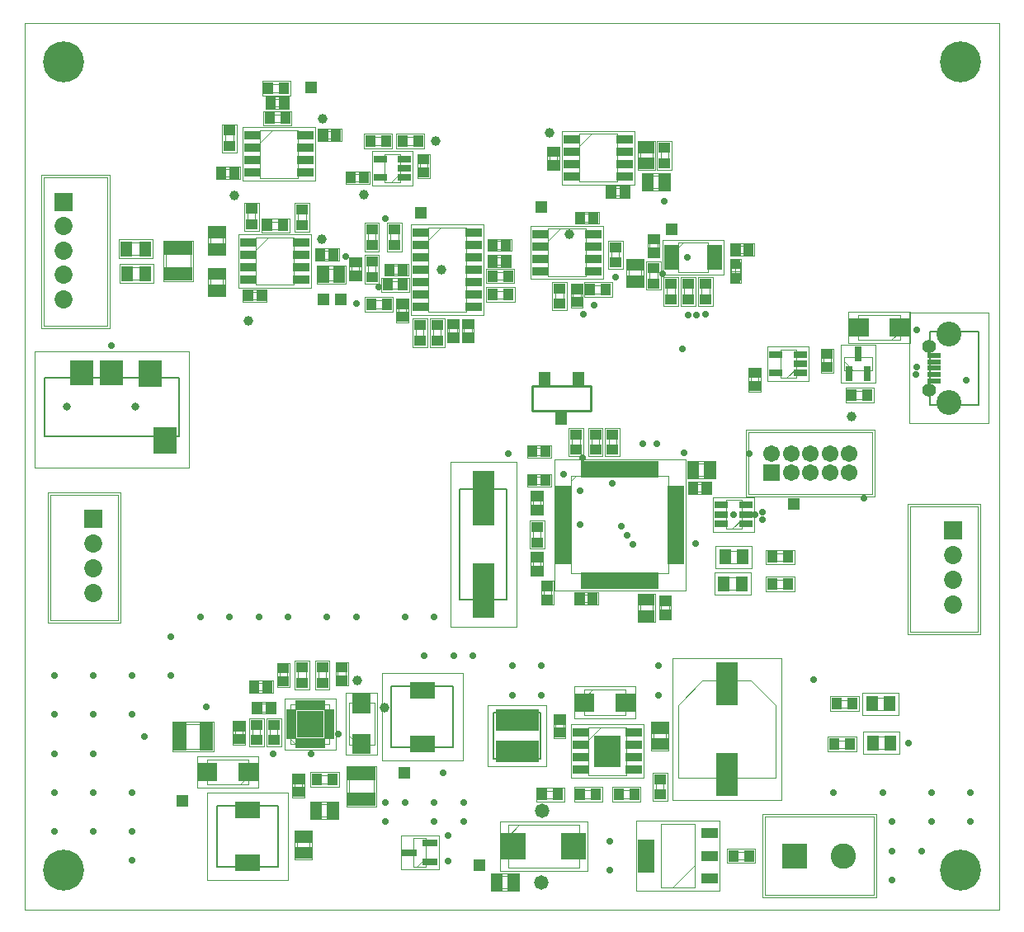
<source format=gts>
G04*
G04 #@! TF.GenerationSoftware,Altium Limited,Altium Designer,20.0.10 (225)*
G04*
G04 Layer_Color=8388736*
%FSLAX25Y25*%
%MOIN*%
G70*
G01*
G75*
%ADD10C,0.00787*%
%ADD12C,0.01000*%
%ADD13C,0.00394*%
%ADD14C,0.00197*%
%ADD55R,0.05524X0.02375*%
%ADD56R,0.04737X0.04737*%
%ADD57R,0.17335X0.08595*%
%ADD58R,0.05328X0.03162*%
%ADD59R,0.05524X0.03162*%
%ADD60R,0.03162X0.05918*%
%ADD61R,0.06706X0.04343*%
%ADD62R,0.06706X0.13398*%
%ADD63R,0.06312X0.01981*%
%ADD64R,0.06816X0.03359*%
%ADD65R,0.06804X0.03359*%
%ADD66R,0.11036X0.13005*%
%ADD67R,0.07965X0.07375*%
%ADD68R,0.09461X0.10642*%
%ADD69R,0.09461X0.09855*%
%ADD70R,0.04934X0.06312*%
%ADD71R,0.03950X0.04540*%
%ADD72R,0.01981X0.06607*%
%ADD73R,0.06607X0.01981*%
%ADD74R,0.10839X0.10839*%
%ADD75R,0.04147X0.01981*%
%ADD76R,0.01981X0.04147*%
%ADD77R,0.04737X0.06312*%
%ADD78R,0.04343X0.03950*%
%ADD79R,0.08674X0.22453*%
%ADD80R,0.09855X0.10642*%
%ADD81R,0.05603X0.11509*%
%ADD82R,0.11509X0.05524*%
%ADD83R,0.04619X0.06587*%
%ADD84R,0.03950X0.04501*%
%ADD85R,0.09068X0.17729*%
%ADD86R,0.04737X0.05918*%
%ADD87R,0.10249X0.06706*%
%ADD88R,0.06587X0.04619*%
%ADD89R,0.04501X0.03950*%
%ADD90R,0.11509X0.05603*%
%ADD91R,0.07375X0.07965*%
%ADD92R,0.04540X0.03950*%
%ADD93R,0.05918X0.03162*%
%ADD94R,0.04737X0.04737*%
%ADD95C,0.05524*%
%ADD96C,0.10044*%
%ADD97C,0.03162*%
%ADD98R,0.07296X0.07296*%
%ADD99C,0.07296*%
%ADD100R,0.10249X0.10249*%
%ADD101C,0.10249*%
%ADD102R,0.06706X0.06706*%
%ADD103C,0.06706*%
%ADD104C,0.16548*%
%ADD105C,0.02769*%
%ADD106C,0.03950*%
%ADD107C,0.05800*%
D10*
X365748Y203937D02*
X385433D01*
X365748D02*
Y233465D01*
X385433D01*
Y203937D02*
Y233465D01*
X189370Y79626D02*
X208268D01*
Y60728D02*
Y79626D01*
X189370Y60728D02*
X208268D01*
X189370D02*
Y79626D01*
X8039Y214835D02*
X62370D01*
Y191213D02*
Y214835D01*
X8039Y191213D02*
X62370D01*
X8039D02*
Y214835D01*
X194650Y125055D02*
Y169937D01*
X175752Y125055D02*
X194650D01*
X175752D02*
Y169937D01*
X194650D01*
X172898Y65354D02*
Y90158D01*
X148094Y65354D02*
X172898D01*
X148094D02*
Y90158D01*
X172898D01*
X77598Y17098D02*
Y41902D01*
X102402D01*
Y17098D02*
Y41902D01*
X77598Y17098D02*
X102402D01*
D12*
X228508Y201630D02*
Y211472D01*
X204886D02*
X228508D01*
X204886Y201630D02*
Y211472D01*
Y201630D02*
X228508D01*
D13*
X0Y0D02*
Y358268D01*
X393701D01*
Y0D02*
Y358268D01*
X0Y0D02*
X393701D01*
X0D02*
X393701D01*
X283122Y153890D02*
X289516D01*
X283122D02*
Y165402D01*
X289516D01*
Y153890D02*
Y165402D01*
X285776Y153890D02*
X289516Y157630D01*
X307776Y214764D02*
X311516Y218504D01*
Y214764D02*
Y226181D01*
X305217D02*
X311516D01*
X305217Y214764D02*
Y226181D01*
Y214764D02*
X311516D01*
X330866Y221654D02*
X334606Y217913D01*
X330866D02*
X342362D01*
Y223031D01*
X330866D02*
X342362D01*
X330866Y217913D02*
Y223031D01*
X256890Y8858D02*
X270669D01*
X256890D02*
Y34449D01*
X270669D01*
Y8858D02*
Y34449D01*
X261614Y8858D02*
X270669Y17913D01*
X264094Y269406D02*
X275905D01*
Y257594D02*
Y269406D01*
X264094Y257594D02*
X275905D01*
X264094D02*
Y269406D01*
Y267437D02*
X266063Y269406D01*
X223807Y308461D02*
X228807Y313461D01*
X223807Y294153D02*
Y313461D01*
Y294153D02*
X239146D01*
Y313461D01*
X223807D02*
X239146D01*
X162823Y275528D02*
X178177D01*
Y241472D02*
Y275528D01*
X162823Y241472D02*
X178177D01*
X162823D02*
Y275528D01*
Y270528D02*
X167823Y275528D01*
X227559Y73622D02*
X242913D01*
Y54331D02*
Y73622D01*
X227559Y54331D02*
X242913D01*
X227559D02*
Y73622D01*
Y68622D02*
X232559Y73622D01*
X349913Y230020D02*
X353496Y233602D01*
Y230020D02*
Y240256D01*
X336661D02*
X353496D01*
X336661Y230020D02*
Y240256D01*
Y230020D02*
X353496D01*
X7717Y295744D02*
X33307D01*
Y235862D02*
Y295744D01*
X7717Y235862D02*
X33307D01*
X7717D02*
Y295744D01*
X385039Y112205D02*
Y162874D01*
X357638Y112205D02*
X385039D01*
X357638D02*
Y162874D01*
X385039D01*
X298819Y5906D02*
Y37402D01*
X342913D01*
Y5906D02*
Y37402D01*
X298819Y5906D02*
X342913D01*
X292421Y167913D02*
Y192717D01*
X342224D01*
Y167913D02*
Y192717D01*
X292421Y167913D02*
X342224D01*
X41063Y259461D02*
X48937D01*
Y254539D02*
Y259461D01*
X41063Y254539D02*
X48937D01*
X41063D02*
Y259461D01*
X327953Y81496D02*
Y84646D01*
Y81496D02*
X334252D01*
Y84646D01*
X327953D02*
X334252D01*
X220634Y173087D02*
X222602Y175055D01*
X220634Y135685D02*
Y175055D01*
Y135685D02*
X260004D01*
Y175055D01*
X220634D02*
X260004D01*
X107346Y68898D02*
X109315Y66929D01*
X107346D02*
X123094D01*
Y82677D01*
X107346D02*
X123094D01*
X107346Y66929D02*
Y82677D01*
X347965Y80610D02*
X349606Y82252D01*
Y80610D02*
Y85532D01*
X341732D02*
X349606D01*
X341732Y80610D02*
Y85532D01*
Y80610D02*
X349606D01*
X288976Y254528D02*
Y261417D01*
X285236Y254528D02*
Y261417D01*
X288976D01*
X285236Y254528D02*
X288976D01*
X195130Y34063D02*
X223870D01*
Y16937D02*
Y34063D01*
X195130Y16937D02*
X223870D01*
X195130D02*
Y34063D01*
Y29535D02*
X199657Y34063D01*
X61614Y64961D02*
Y74803D01*
Y64961D02*
X74213D01*
Y74803D01*
X61614D02*
X74213D01*
X57087Y255728D02*
X66929D01*
Y268327D01*
X57087D02*
X66929D01*
X57087Y255728D02*
Y268327D01*
X269291Y175197D02*
X277165D01*
X269291D02*
Y180118D01*
X277165D01*
Y175197D02*
Y180118D01*
X131220Y294094D02*
Y297244D01*
Y294094D02*
X137520D01*
Y297244D01*
X131220D02*
X137520D01*
X263815Y53122D02*
X303185D01*
X263815D02*
Y82650D01*
X273657Y92492D01*
X293342D01*
X303185Y82650D01*
Y53122D02*
Y82650D01*
X94846Y309945D02*
X99847Y314945D01*
X94846Y295638D02*
Y314945D01*
Y295638D02*
X110185D01*
Y314945D01*
X94846D02*
X110185D01*
X93331Y266653D02*
X98331Y271654D01*
X93331Y252346D02*
Y271654D01*
Y252346D02*
X108669D01*
Y271654D01*
X93331D02*
X108669D01*
X145350Y293791D02*
X151650D01*
X145350D02*
Y305209D01*
X151650D01*
Y293791D02*
Y305209D01*
X147909Y293791D02*
X151650Y297532D01*
X211331Y270153D02*
X216331Y275153D01*
X211331Y255847D02*
Y275153D01*
Y255847D02*
X226669D01*
Y275153D01*
X211331D02*
X226669D01*
X98819Y324410D02*
Y327559D01*
Y324410D02*
X105118D01*
Y327559D01*
X98819D02*
X105118D01*
X75039Y266331D02*
Y274205D01*
X79961D01*
Y266331D02*
Y274205D01*
X75039Y266331D02*
X79961D01*
X75039Y249563D02*
Y257437D01*
X79961D01*
Y249563D02*
Y257437D01*
X75039Y249563D02*
X79961D01*
X125197Y262992D02*
Y266142D01*
X118898D02*
X125197D01*
X118898Y262992D02*
Y266142D01*
Y262992D02*
X125197D01*
X96063Y246457D02*
Y249606D01*
X89764D02*
X96063D01*
X89764Y246457D02*
Y249606D01*
Y246457D02*
X96063D01*
X126260Y311417D02*
Y314567D01*
X119961D02*
X126260D01*
X119961Y311417D02*
Y314567D01*
Y311417D02*
X126260D01*
X119831Y254039D02*
X127705D01*
X119831D02*
Y258961D01*
X127705D01*
Y254039D02*
Y258961D01*
X78858Y296063D02*
Y299213D01*
Y296063D02*
X85158D01*
Y299213D01*
X78858D02*
X85158D01*
X131925Y262012D02*
X135075D01*
X131925Y255713D02*
Y262012D01*
Y255713D02*
X135075D01*
Y262012D01*
X159449Y297244D02*
X162598D01*
Y303543D01*
X159449D02*
X162598D01*
X159449Y297244D02*
Y303543D01*
X150925Y238850D02*
X154075D01*
Y245150D01*
X150925D02*
X154075D01*
X150925Y238850D02*
Y245150D01*
X177425Y230713D02*
X180575D01*
Y237012D01*
X177425D02*
X180575D01*
X177425Y230713D02*
Y237012D01*
X171425Y230713D02*
X174575D01*
Y237012D01*
X171425D02*
X174575D01*
X171425Y230713D02*
Y237012D01*
X146850Y256925D02*
Y260075D01*
Y256925D02*
X153150D01*
Y260075D01*
X146850D02*
X153150D01*
X223850Y277925D02*
Y281075D01*
Y277925D02*
X230150D01*
Y281075D01*
X223850D02*
X230150D01*
X194882Y266929D02*
Y270079D01*
X188583D02*
X194882D01*
X188583Y266929D02*
Y270079D01*
Y266929D02*
X194882D01*
X194787Y260425D02*
Y263575D01*
X188488D02*
X194787D01*
X188488Y260425D02*
Y263575D01*
Y260425D02*
X194787D01*
X221425Y251150D02*
X224575D01*
X221425Y244850D02*
Y251150D01*
Y244850D02*
X224575D01*
Y251150D01*
X211925Y300350D02*
X215075D01*
Y306650D01*
X211925D02*
X215075D01*
X211925Y300350D02*
Y306650D01*
X236350Y288425D02*
Y291575D01*
Y288425D02*
X242650D01*
Y291575D01*
X236350D02*
X242650D01*
X253543Y300689D02*
Y308563D01*
X248622Y300689D02*
X253543D01*
X248622D02*
Y308563D01*
X253543D01*
X252425Y271287D02*
X255575D01*
X252425Y264988D02*
Y271287D01*
Y264988D02*
X255575D01*
Y271287D01*
X292913Y265059D02*
Y268209D01*
X286614D02*
X292913D01*
X286614Y265059D02*
Y268209D01*
Y265059D02*
X292913D01*
X251004Y296358D02*
X258878D01*
Y291437D02*
Y296358D01*
X251004Y291437D02*
X258878D01*
X251004D02*
Y296358D01*
X248961Y253295D02*
Y261169D01*
X244039Y253295D02*
X248961D01*
X244039D02*
Y261169D01*
X248961D01*
X205279Y167378D02*
X208429D01*
X205279Y161079D02*
Y167378D01*
Y161079D02*
X208429D01*
Y167378D01*
X205279Y142772D02*
X208429D01*
X205279Y136472D02*
Y142772D01*
Y136472D02*
X208429D01*
Y142772D01*
X248622Y117835D02*
Y125709D01*
X253543D01*
Y117835D02*
Y125709D01*
X248622Y117835D02*
X253543D01*
X117063Y42461D02*
X124937D01*
Y37539D02*
Y42461D01*
X117063Y37539D02*
X124937D01*
X117063D02*
Y42461D01*
X108925Y46850D02*
X112075D01*
Y53150D01*
X108925D02*
X112075D01*
X108925Y46850D02*
Y53150D01*
X114961Y22063D02*
Y29937D01*
X110039Y22063D02*
X114961D01*
X110039D02*
Y29937D01*
X114961D01*
X258961Y66063D02*
Y73937D01*
X254039Y66063D02*
X258961D01*
X254039D02*
Y73937D01*
X258961D01*
X93350Y79925D02*
Y83075D01*
Y79925D02*
X99650D01*
Y83075D01*
X93350D02*
X99650D01*
X126441Y92008D02*
X129591D01*
Y98307D01*
X126441D02*
X129591D01*
X126441Y92008D02*
Y98307D01*
X214425Y70850D02*
X217575D01*
Y77150D01*
X214425D02*
X217575D01*
X214425Y70850D02*
Y77150D01*
X102819Y97953D02*
X105968D01*
X102819Y91654D02*
Y97953D01*
Y91654D02*
X105968D01*
Y97953D01*
X84925Y74512D02*
X88075D01*
X84925Y68213D02*
Y74512D01*
Y68213D02*
X88075D01*
Y74512D01*
X92213Y88425D02*
Y91575D01*
Y88425D02*
X98512D01*
Y91575D01*
X92213D02*
X98512D01*
X131079Y43386D02*
X140921D01*
Y55984D01*
X131079D02*
X140921D01*
X131079Y43386D02*
Y55984D01*
X190063Y13461D02*
X197937D01*
Y8539D02*
Y13461D01*
X190063Y8539D02*
X197937D01*
X190063D02*
Y13461D01*
X322539Y218602D02*
X325689D01*
Y224902D01*
X322539D02*
X325689D01*
X322539Y218602D02*
Y224902D01*
X210827Y171850D02*
Y175000D01*
X204528D02*
X210827D01*
X204528Y171850D02*
Y175000D01*
Y171850D02*
X210827D01*
X256988Y118799D02*
X260138D01*
Y125098D01*
X256988D02*
X260138D01*
X256988Y118799D02*
Y125098D01*
X293209Y210925D02*
X296358D01*
Y217224D01*
X293209D02*
X296358D01*
X293209Y210925D02*
Y217224D01*
X275787Y168701D02*
Y171850D01*
X269488D02*
X275787D01*
X269488Y168701D02*
Y171850D01*
Y168701D02*
X275787D01*
X223642Y124016D02*
Y127165D01*
Y124016D02*
X229941D01*
Y127165D01*
X223642D02*
X229941D01*
X209449Y124803D02*
X212598D01*
Y131102D01*
X209449D02*
X212598D01*
X209449Y124803D02*
Y131102D01*
X204528Y183465D02*
Y186614D01*
Y183465D02*
X210827D01*
Y186614D01*
X204528D02*
X210827D01*
X282051Y134012D02*
X289925D01*
Y129091D02*
Y134012D01*
X282051Y129091D02*
X289925D01*
X282051D02*
Y134012D01*
Y132370D02*
X283693Y134012D01*
X282445Y144839D02*
X290319D01*
Y139917D02*
Y144839D01*
X282445Y139917D02*
X290319D01*
X282445D02*
Y144839D01*
Y143197D02*
X284087Y144839D01*
X86835Y50382D02*
X90417Y53965D01*
Y50382D02*
Y60618D01*
X73583D02*
X90417D01*
X73583Y50382D02*
Y60618D01*
Y50382D02*
X90417D01*
X130882Y70165D02*
X134465Y66583D01*
X130882D02*
X141118D01*
Y83417D01*
X130882D02*
X141118D01*
X130882Y66583D02*
Y83417D01*
X225835Y85197D02*
X229417Y88779D01*
X225835Y78543D02*
Y88779D01*
Y78543D02*
X242669D01*
Y88779D01*
X225835D02*
X242669D01*
X342126Y64862D02*
X350000D01*
X342126D02*
Y69784D01*
X350000D01*
Y64862D02*
Y69784D01*
X348358Y64862D02*
X350000Y66504D01*
X286221Y23228D02*
X292520D01*
Y20079D02*
Y23228D01*
X286221Y20079D02*
X292520D01*
X286221D02*
Y23228D01*
X334055Y209350D02*
X340354D01*
Y206201D02*
Y209350D01*
X334055Y206201D02*
X340354D01*
X334055D02*
Y209350D01*
X252425Y253000D02*
Y259299D01*
X255575D01*
Y253000D02*
Y259299D01*
X252425Y253000D02*
X255575D01*
X158319Y17252D02*
X162059Y20992D01*
Y17252D02*
Y28748D01*
X156941D02*
X162059D01*
X156941Y17252D02*
Y28748D01*
Y17252D02*
X162059D01*
X98425Y333465D02*
X104724D01*
Y330315D02*
Y333465D01*
X98425Y330315D02*
X104724D01*
X98425D02*
Y333465D01*
X98819Y318110D02*
X105118D01*
X98819D02*
Y321260D01*
X105118D01*
Y318110D02*
Y321260D01*
X40803Y269461D02*
X48677D01*
Y264539D02*
Y269461D01*
X40803Y264539D02*
X48677D01*
X40803D02*
Y269461D01*
X84252Y308421D02*
Y314721D01*
X81102Y308421D02*
X84252D01*
X81102D02*
Y314721D01*
X84252D01*
X110425Y276500D02*
Y282799D01*
X113575D01*
Y276500D02*
Y282799D01*
X110425Y276500D02*
X113575D01*
X98032Y274803D02*
X104331D01*
X98032D02*
Y277953D01*
X104331D01*
Y274803D02*
Y277953D01*
X89961Y276732D02*
Y283032D01*
X93110D01*
Y276732D02*
Y283032D01*
X89961Y276732D02*
X93110D01*
X141732Y255512D02*
Y261811D01*
X138583Y255512D02*
X141732D01*
X138583D02*
Y261811D01*
X141732D01*
Y268504D02*
Y274803D01*
X138583Y268504D02*
X141732D01*
X138583D02*
Y274803D01*
X141732D01*
X152500Y308925D02*
X158799D01*
X152500D02*
Y312075D01*
X158799D01*
Y308925D02*
Y312075D01*
X139500Y308925D02*
X145799D01*
X139500D02*
Y312075D01*
X145799D01*
Y308925D02*
Y312075D01*
X147638Y268504D02*
Y274803D01*
X150787D01*
Y268504D02*
Y274803D01*
X147638Y268504D02*
X150787D01*
X146457Y253937D02*
X152756D01*
Y250787D02*
Y253937D01*
X146457Y250787D02*
X152756D01*
X146457D02*
Y253937D01*
X139850Y242925D02*
X146150D01*
X139850D02*
Y246075D01*
X146150D01*
Y242925D02*
Y246075D01*
X161075Y229850D02*
Y236150D01*
X157925Y229850D02*
X161075D01*
X157925D02*
Y236150D01*
X161075D01*
X164925Y229850D02*
Y236150D01*
X168075D01*
Y229850D02*
Y236150D01*
X164925Y229850D02*
X168075D01*
X188976Y250000D02*
X195276D01*
Y246850D02*
Y250000D01*
X188976Y246850D02*
X195276D01*
X188976D02*
Y250000D01*
X188850Y254425D02*
X195150D01*
X188850D02*
Y257575D01*
X195150D01*
Y254425D02*
Y257575D01*
X217575Y244701D02*
Y251000D01*
X214425Y244701D02*
X217575D01*
X214425D02*
Y251000D01*
X217575D01*
X228350Y248925D02*
X234650D01*
X228350D02*
Y252075D01*
X234650D01*
Y248925D02*
Y252075D01*
X259941Y301476D02*
Y307776D01*
X256791Y301476D02*
X259941D01*
X256791D02*
Y307776D01*
X259941D01*
X236925Y261350D02*
Y267650D01*
X240075D01*
Y261350D02*
Y267650D01*
X236925Y261350D02*
X240075D01*
X262575Y246500D02*
Y252799D01*
X259425Y246500D02*
X262575D01*
X259425D02*
Y252799D01*
X262575D01*
X269575Y246500D02*
Y252799D01*
X266425Y246500D02*
X269575D01*
X266425D02*
Y252799D01*
X269575D01*
X276575Y246500D02*
Y252799D01*
X273425Y246500D02*
X276575D01*
X273425D02*
Y252799D01*
X276575D01*
X301933Y129976D02*
X308232D01*
X301933D02*
Y133126D01*
X308232D01*
Y129976D02*
Y133126D01*
X301933Y140803D02*
X308232D01*
X301933D02*
Y143953D01*
X308232D01*
Y140803D02*
Y143953D01*
X205279Y148284D02*
Y154583D01*
X208429D01*
Y148284D02*
Y154583D01*
X205279Y148284D02*
X208429D01*
X228902Y185685D02*
Y191984D01*
X232051D01*
Y185685D02*
Y191984D01*
X228902Y185685D02*
X232051D01*
X235791D02*
Y191984D01*
X238941D01*
Y185685D02*
Y191984D01*
X235791Y185685D02*
X238941D01*
X221028D02*
Y191984D01*
X224177D01*
Y185685D02*
Y191984D01*
X221028Y185685D02*
X224177D01*
X118000Y50925D02*
X124299D01*
X118000D02*
Y54075D01*
X124299D01*
Y50925D02*
Y54075D01*
X254925Y46350D02*
Y52650D01*
X258075D01*
Y46350D02*
Y52650D01*
X254925Y46350D02*
X258075D01*
X239850Y48075D02*
X246150D01*
Y44925D02*
Y48075D01*
X239850Y44925D02*
X246150D01*
X239850D02*
Y48075D01*
X110425Y91500D02*
Y97799D01*
X113575D01*
Y91500D02*
Y97799D01*
X110425Y91500D02*
X113575D01*
X118567Y91535D02*
Y97835D01*
X121716D01*
Y91535D02*
Y97835D01*
X118567Y91535D02*
X121716D01*
X95075Y68350D02*
Y74650D01*
X91925Y68350D02*
X95075D01*
X91925D02*
Y74650D01*
X95075D01*
X98925Y68350D02*
Y74650D01*
X102075D01*
Y68350D02*
Y74650D01*
X98925Y68350D02*
X102075D01*
X209026Y44805D02*
X215325D01*
X209026D02*
Y47955D01*
X215325D01*
Y44805D02*
Y47955D01*
X224350Y44925D02*
X230650D01*
X224350D02*
Y48075D01*
X230650D01*
Y44925D02*
Y48075D01*
X333268Y65158D02*
Y68307D01*
X326969D02*
X333268D01*
X326969Y65158D02*
Y68307D01*
Y65158D02*
X333268D01*
X37598Y116969D02*
Y167638D01*
X10197Y116969D02*
X37598D01*
X10197D02*
Y167638D01*
X37598D01*
X357185Y196362D02*
X389370D01*
X357185D02*
Y241039D01*
X389370D01*
Y196362D02*
Y241039D01*
X187008Y82638D02*
X210630D01*
Y57717D02*
Y82638D01*
X187008Y57717D02*
X210630D01*
X187008D02*
Y82638D01*
X4102Y225465D02*
X66307D01*
Y178614D02*
Y225465D01*
X4102Y178614D02*
X66307D01*
X4102D02*
Y225465D01*
X285236Y257972D02*
X288976D01*
X287106Y256102D02*
Y259842D01*
X289272Y253248D02*
Y262697D01*
X284941Y253248D02*
Y262697D01*
X289272D01*
X284941Y253248D02*
X289272D01*
X198587Y114032D02*
Y180961D01*
X171815Y114032D02*
X198587D01*
X171815D02*
Y180961D01*
X198587D01*
X176835Y60039D02*
Y95472D01*
X144158Y60039D02*
X176835D01*
X144158D02*
Y95472D01*
X176835D01*
X73661Y11784D02*
Y47216D01*
X106339D01*
Y11784D02*
Y47216D01*
X73661Y11784D02*
X106339D01*
D14*
X277953Y152657D02*
X294685D01*
X277953D02*
Y166634D01*
X294685D01*
Y152657D02*
Y166634D01*
X316634Y213484D02*
Y227461D01*
X300098D02*
X316634D01*
X300098Y213484D02*
Y227461D01*
Y213484D02*
X316634D01*
X329646Y212795D02*
X343583D01*
Y228150D01*
X329646D02*
X343583D01*
X329646Y212795D02*
Y228150D01*
X247047Y7480D02*
X280512D01*
X247047D02*
Y35827D01*
X280512D01*
Y7480D02*
Y35827D01*
X257598Y270587D02*
X282402D01*
Y256413D02*
Y270587D01*
X257598Y256413D02*
X282402D01*
X257598D02*
Y270587D01*
X216811Y292980D02*
Y314634D01*
Y292980D02*
X246142D01*
Y314634D01*
X216811D02*
X246142D01*
X155835Y276709D02*
X185165D01*
Y240291D02*
Y276709D01*
X155835Y240291D02*
X185165D01*
X155835D02*
Y276709D01*
X220571Y74803D02*
X249902D01*
Y53150D02*
Y74803D01*
X220571Y53150D02*
X249902D01*
X220571D02*
Y74803D01*
X357520Y228740D02*
Y241535D01*
X332638D02*
X357520D01*
X332638Y228740D02*
Y241535D01*
Y228740D02*
X357520D01*
X6732Y296728D02*
X34291D01*
Y234878D02*
Y296728D01*
X6732Y234878D02*
X34291D01*
X6732D02*
Y296728D01*
X386024Y111221D02*
Y163858D01*
X356653Y111221D02*
X386024D01*
X356653D02*
Y163858D01*
X386024D01*
X297835Y4921D02*
Y38386D01*
X343898D01*
Y4921D02*
Y38386D01*
X297835Y4921D02*
X343898D01*
X291437Y166929D02*
Y193701D01*
X343209D01*
Y166929D02*
Y193701D01*
X291437Y166929D02*
X343209D01*
X38209Y260740D02*
X51791D01*
Y253260D02*
Y260740D01*
X38209Y253260D02*
X51791D01*
X38209D02*
Y260740D01*
X325394Y80118D02*
Y86024D01*
Y80118D02*
X336811D01*
Y86024D01*
X325394D02*
X336811D01*
X213843Y128894D02*
Y181846D01*
Y128894D02*
X266795D01*
Y181846D01*
X213843D02*
X266795D01*
X104886Y64468D02*
X125555D01*
Y85138D01*
X104886D02*
X125555D01*
X104886Y64468D02*
Y85138D01*
X352953Y78543D02*
Y87598D01*
X338386D02*
X352953D01*
X338386Y78543D02*
Y87598D01*
Y78543D02*
X352953D01*
X191783Y35342D02*
X227217D01*
Y15657D02*
Y35342D01*
X191783Y15657D02*
X227217D01*
X191783D02*
Y35342D01*
X59606Y63937D02*
Y75827D01*
Y63937D02*
X76221D01*
Y75827D01*
X59606D02*
X76221D01*
X56063Y253917D02*
X67953D01*
Y270138D01*
X56063D02*
X67953D01*
X56063Y253917D02*
Y270138D01*
X267461Y174153D02*
X278996D01*
X267461D02*
Y181161D01*
X278996D01*
Y174153D02*
Y181161D01*
X129567Y293228D02*
Y298110D01*
Y293228D02*
X139173D01*
Y298110D01*
X129567D02*
X139173D01*
X261453Y101547D02*
X305547D01*
X261453Y44067D02*
Y101547D01*
Y44067D02*
X305547D01*
Y101547D01*
X87850Y294465D02*
Y316118D01*
Y294465D02*
X117181D01*
Y316118D01*
X87850D02*
X117181D01*
X86335Y251173D02*
Y272827D01*
Y251173D02*
X115665D01*
Y272827D01*
X86335D02*
X115665D01*
X140232Y292512D02*
X156768D01*
X140232D02*
Y306488D01*
X156768D01*
Y292512D02*
Y306488D01*
X204335Y254673D02*
Y276327D01*
Y254673D02*
X233665D01*
Y276327D01*
X204335D02*
X233665D01*
X97165Y323543D02*
Y328425D01*
Y323543D02*
X106772D01*
Y328425D01*
X97165D02*
X106772D01*
X73996Y264500D02*
Y276035D01*
X81004D01*
Y264500D02*
Y276035D01*
X73996Y264500D02*
X81004D01*
X73996Y247732D02*
Y259268D01*
X81004D01*
Y247732D02*
Y259268D01*
X73996Y247732D02*
X81004D01*
X126850Y262126D02*
Y267008D01*
X117244D02*
X126850D01*
X117244Y262126D02*
Y267008D01*
Y262126D02*
X126850D01*
X97716Y245591D02*
Y250472D01*
X88110D02*
X97716D01*
X88110Y245591D02*
Y250472D01*
Y245591D02*
X97716D01*
X127913Y310551D02*
Y315433D01*
X118307D02*
X127913D01*
X118307Y310551D02*
Y315433D01*
Y310551D02*
X127913D01*
X118000Y252996D02*
X129535D01*
X118000D02*
Y260004D01*
X129535D01*
Y252996D02*
Y260004D01*
X77205Y295197D02*
Y300079D01*
Y295197D02*
X86811D01*
Y300079D01*
X77205D02*
X86811D01*
X131059Y263665D02*
X135941D01*
X131059Y254059D02*
Y263665D01*
Y254059D02*
X135941D01*
Y263665D01*
X158583Y295590D02*
X163465D01*
Y305197D01*
X158583D02*
X163465D01*
X158583Y295590D02*
Y305197D01*
X150059Y237197D02*
X154941D01*
Y246803D01*
X150059D02*
X154941D01*
X150059Y237197D02*
Y246803D01*
X176559Y229059D02*
X181441D01*
Y238665D01*
X176559D02*
X181441D01*
X176559Y229059D02*
Y238665D01*
X170559Y229059D02*
X175441D01*
Y238665D01*
X170559D02*
X175441D01*
X170559Y229059D02*
Y238665D01*
X145197Y256059D02*
Y260941D01*
Y256059D02*
X154803D01*
Y260941D01*
X145197D02*
X154803D01*
X222197Y277059D02*
Y281941D01*
Y277059D02*
X231803D01*
Y281941D01*
X222197D02*
X231803D01*
X196535Y266063D02*
Y270945D01*
X186929D02*
X196535D01*
X186929Y266063D02*
Y270945D01*
Y266063D02*
X196535D01*
X196441Y259559D02*
Y264441D01*
X186835D02*
X196441D01*
X186835Y259559D02*
Y264441D01*
Y259559D02*
X196441D01*
X220559Y252803D02*
X225441D01*
X220559Y243197D02*
Y252803D01*
Y243197D02*
X225441D01*
Y252803D01*
X211059Y298697D02*
X215941D01*
Y308303D01*
X211059D02*
X215941D01*
X211059Y298697D02*
Y308303D01*
X234697Y287559D02*
Y292441D01*
Y287559D02*
X244303D01*
Y292441D01*
X234697D02*
X244303D01*
X254587Y298858D02*
Y310394D01*
X247579Y298858D02*
X254587D01*
X247579D02*
Y310394D01*
X254587D01*
X251559Y272941D02*
X256441D01*
X251559Y263335D02*
Y272941D01*
Y263335D02*
X256441D01*
Y272941D01*
X294567Y264193D02*
Y269075D01*
X284961D02*
X294567D01*
X284961Y264193D02*
Y269075D01*
Y264193D02*
X294567D01*
X249173Y297402D02*
X260709D01*
Y290394D02*
Y297402D01*
X249173Y290394D02*
X260709D01*
X249173D02*
Y297402D01*
X250004Y251465D02*
Y263000D01*
X242996Y251465D02*
X250004D01*
X242996D02*
Y263000D01*
X250004D01*
X204413Y169032D02*
X209295D01*
X204413Y159425D02*
Y169032D01*
Y159425D02*
X209295D01*
Y169032D01*
X204413Y144425D02*
X209295D01*
X204413Y134819D02*
Y144425D01*
Y134819D02*
X209295D01*
Y144425D01*
X247579Y116004D02*
Y127539D01*
X254587D01*
Y116004D02*
Y127539D01*
X247579Y116004D02*
X254587D01*
X115232Y43504D02*
X126768D01*
Y36496D02*
Y43504D01*
X115232Y36496D02*
X126768D01*
X115232D02*
Y43504D01*
X108059Y45197D02*
X112941D01*
Y54803D01*
X108059D02*
X112941D01*
X108059Y45197D02*
Y54803D01*
X116004Y20232D02*
Y31768D01*
X108996Y20232D02*
X116004D01*
X108996D02*
Y31768D01*
X116004D01*
X260004Y64232D02*
Y75768D01*
X252996Y64232D02*
X260004D01*
X252996D02*
Y75768D01*
X260004D01*
X91697Y79059D02*
Y83941D01*
Y79059D02*
X101303D01*
Y83941D01*
X91697D02*
X101303D01*
X125575Y90354D02*
X130457D01*
Y99961D01*
X125575D02*
X130457D01*
X125575Y90354D02*
Y99961D01*
X213559Y69197D02*
X218441D01*
Y78803D01*
X213559D02*
X218441D01*
X213559Y69197D02*
Y78803D01*
X101953Y99606D02*
X106835D01*
X101953Y90000D02*
Y99606D01*
Y90000D02*
X106835D01*
Y99606D01*
X84059Y76165D02*
X88941D01*
X84059Y66559D02*
Y76165D01*
Y66559D02*
X88941D01*
Y76165D01*
X90559Y87559D02*
Y92441D01*
Y87559D02*
X100165D01*
Y92441D01*
X90559D02*
X100165D01*
X130055Y41378D02*
X141945D01*
Y57992D01*
X130055D02*
X141945D01*
X130055Y41378D02*
Y57992D01*
X188232Y14504D02*
X199768D01*
Y7496D02*
Y14504D01*
X188232Y7496D02*
X199768D01*
X188232D02*
Y14504D01*
X321673Y216949D02*
X326555D01*
Y226555D01*
X321673D02*
X326555D01*
X321673Y216949D02*
Y226555D01*
X212480Y170984D02*
Y175866D01*
X202874D02*
X212480D01*
X202874Y170984D02*
Y175866D01*
Y170984D02*
X212480D01*
X256122Y117146D02*
X261004D01*
Y126752D01*
X256122D02*
X261004D01*
X256122Y117146D02*
Y126752D01*
X292342Y209272D02*
X297224D01*
Y218878D01*
X292342D02*
X297224D01*
X292342Y209272D02*
Y218878D01*
X277441Y167835D02*
Y172716D01*
X267835D02*
X277441D01*
X267835Y167835D02*
Y172716D01*
Y167835D02*
X277441D01*
X221988Y123150D02*
Y128032D01*
Y123150D02*
X231594D01*
Y128032D01*
X221988D02*
X231594D01*
X208583Y123150D02*
X213465D01*
Y132756D01*
X208583D02*
X213465D01*
X208583Y123150D02*
Y132756D01*
X202874Y182598D02*
Y187480D01*
Y182598D02*
X212480D01*
Y187480D01*
X202874D02*
X212480D01*
X278705Y136079D02*
X293272D01*
Y127024D02*
Y136079D01*
X278705Y127024D02*
X293272D01*
X278705D02*
Y136079D01*
X279098Y146906D02*
X293665D01*
Y137850D02*
Y146906D01*
X279098Y137850D02*
X293665D01*
X279098D02*
Y146906D01*
X94441Y49102D02*
Y61898D01*
X69559D02*
X94441D01*
X69559Y49102D02*
Y61898D01*
Y49102D02*
X94441D01*
X129602Y62559D02*
X142398D01*
Y87441D01*
X129602D02*
X142398D01*
X129602Y62559D02*
Y87441D01*
X221811Y77264D02*
Y90059D01*
Y77264D02*
X246693D01*
Y90059D01*
X221811D02*
X246693D01*
X338779Y62795D02*
X353346D01*
X338779D02*
Y71850D01*
X353346D01*
Y62795D02*
Y71850D01*
X283661Y24606D02*
X295079D01*
Y18701D02*
Y24606D01*
X283661Y18701D02*
X295079D01*
X283661D02*
Y24606D01*
X331496Y210728D02*
X342913D01*
Y204823D02*
Y210728D01*
X331496Y204823D02*
X342913D01*
X331496D02*
Y210728D01*
X251047Y250441D02*
Y261858D01*
X256953D01*
Y250441D02*
Y261858D01*
X251047Y250441D02*
X256953D01*
X167177Y16032D02*
Y29969D01*
X151823D02*
X167177D01*
X151823Y16032D02*
Y29969D01*
Y16032D02*
X167177D01*
X95866Y334842D02*
X107283D01*
Y328937D02*
Y334842D01*
X95866Y328937D02*
X107283D01*
X95866D02*
Y334842D01*
X96260Y316732D02*
X107677D01*
X96260D02*
Y322638D01*
X107677D01*
Y316732D02*
Y322638D01*
X37949Y270740D02*
X51531D01*
Y263260D02*
Y270740D01*
X37949Y263260D02*
X51531D01*
X37949D02*
Y270740D01*
X85630Y305862D02*
Y317280D01*
X79724Y305862D02*
X85630D01*
X79724D02*
Y317280D01*
X85630D01*
X109047Y273941D02*
Y285358D01*
X114953D01*
Y273941D02*
Y285358D01*
X109047Y273941D02*
X114953D01*
X95472Y273425D02*
X106890D01*
X95472D02*
Y279331D01*
X106890D01*
Y273425D02*
Y279331D01*
X88583Y274173D02*
Y285591D01*
X94488D01*
Y274173D02*
Y285591D01*
X88583Y274173D02*
X94488D01*
X143110Y252953D02*
Y264370D01*
X137205Y252953D02*
X143110D01*
X137205D02*
Y264370D01*
X143110D01*
Y265945D02*
Y277362D01*
X137205Y265945D02*
X143110D01*
X137205D02*
Y277362D01*
X143110D01*
X149941Y307547D02*
X161358D01*
X149941D02*
Y313453D01*
X161358D01*
Y307547D02*
Y313453D01*
X136941Y307547D02*
X148358D01*
X136941D02*
Y313453D01*
X148358D01*
Y307547D02*
Y313453D01*
X146260Y265945D02*
Y277362D01*
X152165D01*
Y265945D02*
Y277362D01*
X146260Y265945D02*
X152165D01*
X143898Y255315D02*
X155315D01*
Y249409D02*
Y255315D01*
X143898Y249409D02*
X155315D01*
X143898D02*
Y255315D01*
X137291Y241547D02*
X148709D01*
X137291D02*
Y247453D01*
X148709D01*
Y241547D02*
Y247453D01*
X162453Y227291D02*
Y238709D01*
X156547Y227291D02*
X162453D01*
X156547D02*
Y238709D01*
X162453D01*
X163547Y227291D02*
Y238709D01*
X169453D01*
Y227291D02*
Y238709D01*
X163547Y227291D02*
X169453D01*
X186417Y251378D02*
X197835D01*
Y245472D02*
Y251378D01*
X186417Y245472D02*
X197835D01*
X186417D02*
Y251378D01*
X186291Y253047D02*
X197709D01*
X186291D02*
Y258953D01*
X197709D01*
Y253047D02*
Y258953D01*
X218953Y242142D02*
Y253559D01*
X213047Y242142D02*
X218953D01*
X213047D02*
Y253559D01*
X218953D01*
X225791Y247547D02*
X237209D01*
X225791D02*
Y253453D01*
X237209D01*
Y247547D02*
Y253453D01*
X261319Y298917D02*
Y310335D01*
X255413Y298917D02*
X261319D01*
X255413D02*
Y310335D01*
X261319D01*
X235547Y258791D02*
Y270209D01*
X241453D01*
Y258791D02*
Y270209D01*
X235547Y258791D02*
X241453D01*
X263953Y243941D02*
Y255358D01*
X258047Y243941D02*
X263953D01*
X258047D02*
Y255358D01*
X263953D01*
X270953Y243941D02*
Y255358D01*
X265047Y243941D02*
X270953D01*
X265047D02*
Y255358D01*
X270953D01*
X277953Y243941D02*
Y255358D01*
X272047Y243941D02*
X277953D01*
X272047D02*
Y255358D01*
X277953D01*
X299374Y128598D02*
X310791D01*
X299374D02*
Y134504D01*
X310791D01*
Y128598D02*
Y134504D01*
X299374Y139425D02*
X310791D01*
X299374D02*
Y145331D01*
X310791D01*
Y139425D02*
Y145331D01*
X203902Y145724D02*
Y157142D01*
X209807D01*
Y145724D02*
Y157142D01*
X203902Y145724D02*
X209807D01*
X227524Y183126D02*
Y194543D01*
X233429D01*
Y183126D02*
Y194543D01*
X227524Y183126D02*
X233429D01*
X234413D02*
Y194543D01*
X240319D01*
Y183126D02*
Y194543D01*
X234413Y183126D02*
X240319D01*
X219650D02*
Y194543D01*
X225555D01*
Y183126D02*
Y194543D01*
X219650Y183126D02*
X225555D01*
X115441Y49547D02*
X126858D01*
X115441D02*
Y55453D01*
X126858D01*
Y49547D02*
Y55453D01*
X253547Y43791D02*
Y55209D01*
X259453D01*
Y43791D02*
Y55209D01*
X253547Y43791D02*
X259453D01*
X237291Y49453D02*
X248709D01*
Y43547D02*
Y49453D01*
X237291Y43547D02*
X248709D01*
X237291D02*
Y49453D01*
X109047Y88941D02*
Y100358D01*
X114953D01*
Y88941D02*
Y100358D01*
X109047Y88941D02*
X114953D01*
X117189Y88976D02*
Y100394D01*
X123094D01*
Y88976D02*
Y100394D01*
X117189Y88976D02*
X123094D01*
X96453Y65791D02*
Y77209D01*
X90547Y65791D02*
X96453D01*
X90547D02*
Y77209D01*
X96453D01*
X97547Y65791D02*
Y77209D01*
X103453D01*
Y65791D02*
Y77209D01*
X97547Y65791D02*
X103453D01*
X206467Y43427D02*
X217884D01*
X206467D02*
Y49333D01*
X217884D01*
Y43427D02*
Y49333D01*
X221791Y43547D02*
X233209D01*
X221791D02*
Y49453D01*
X233209D01*
Y43547D02*
Y49453D01*
X335827Y63779D02*
Y69685D01*
X324410D02*
X335827D01*
X324410Y63779D02*
Y69685D01*
Y63779D02*
X335827D01*
X38583Y115984D02*
Y168622D01*
X9213Y115984D02*
X38583D01*
X9213D02*
Y168622D01*
X38583D01*
D55*
X367323Y213583D02*
D03*
Y216142D02*
D03*
Y218701D02*
D03*
Y221260D02*
D03*
Y223819D02*
D03*
D56*
X310630Y163779D02*
D03*
X115748Y332283D02*
D03*
X261319Y274705D02*
D03*
X153150Y55118D02*
D03*
X63500Y44000D02*
D03*
X183500Y18000D02*
D03*
D57*
X198819Y76378D02*
D03*
Y63976D02*
D03*
D58*
X291437Y155905D02*
D03*
Y159646D02*
D03*
Y163386D02*
D03*
X281201D02*
D03*
Y159646D02*
D03*
Y155905D02*
D03*
D59*
X303445Y216732D02*
D03*
Y224213D02*
D03*
X313287D02*
D03*
Y220472D02*
D03*
Y216732D02*
D03*
X153421Y295760D02*
D03*
Y299500D02*
D03*
Y303240D02*
D03*
X143579D02*
D03*
Y295760D02*
D03*
D60*
X336614Y224606D02*
D03*
X340354Y216339D02*
D03*
X332874D02*
D03*
D61*
X276575Y12598D02*
D03*
Y21654D02*
D03*
Y30709D02*
D03*
D62*
X250984Y21654D02*
D03*
D63*
X261339Y267437D02*
D03*
Y265469D02*
D03*
Y263500D02*
D03*
Y261531D02*
D03*
Y259563D02*
D03*
X278661D02*
D03*
Y261531D02*
D03*
Y263500D02*
D03*
Y265469D02*
D03*
Y267437D02*
D03*
D64*
X242150Y311307D02*
D03*
Y306307D02*
D03*
Y301307D02*
D03*
Y296307D02*
D03*
X220803D02*
D03*
Y301307D02*
D03*
Y306307D02*
D03*
Y311307D02*
D03*
X113189Y312791D02*
D03*
Y307791D02*
D03*
Y302791D02*
D03*
Y297791D02*
D03*
X91843D02*
D03*
Y302791D02*
D03*
Y307791D02*
D03*
Y312791D02*
D03*
X111673Y269500D02*
D03*
Y264500D02*
D03*
Y259500D02*
D03*
Y254500D02*
D03*
X90327D02*
D03*
Y259500D02*
D03*
Y264500D02*
D03*
Y269500D02*
D03*
X229673Y273000D02*
D03*
Y268000D02*
D03*
Y263000D02*
D03*
Y258000D02*
D03*
X208327D02*
D03*
Y263000D02*
D03*
Y268000D02*
D03*
Y273000D02*
D03*
D65*
X159823Y273500D02*
D03*
Y268500D02*
D03*
Y263500D02*
D03*
Y258500D02*
D03*
Y253500D02*
D03*
Y248500D02*
D03*
Y243500D02*
D03*
X181177D02*
D03*
Y248500D02*
D03*
Y253500D02*
D03*
Y258500D02*
D03*
Y263500D02*
D03*
Y268500D02*
D03*
Y273500D02*
D03*
X224559Y71476D02*
D03*
Y66476D02*
D03*
Y61476D02*
D03*
Y56476D02*
D03*
X245913D02*
D03*
Y61476D02*
D03*
Y66476D02*
D03*
Y71476D02*
D03*
D66*
X235236Y63976D02*
D03*
D67*
X336811Y235138D02*
D03*
X353346D02*
D03*
X73732Y55500D02*
D03*
X90268D02*
D03*
X242520Y83661D02*
D03*
X225984D02*
D03*
D68*
X56465Y189441D02*
D03*
X50559Y216606D02*
D03*
D69*
X34811Y217000D02*
D03*
X23000D02*
D03*
D70*
X41260Y257000D02*
D03*
X48740D02*
D03*
X41000Y267000D02*
D03*
X48480D02*
D03*
D71*
X334252Y83071D02*
D03*
X327953D02*
D03*
X286221Y21654D02*
D03*
X292520D02*
D03*
X334055Y207776D02*
D03*
X340354D02*
D03*
X98425Y331890D02*
D03*
X104724D02*
D03*
X105118Y319685D02*
D03*
X98819D02*
D03*
X104331Y276378D02*
D03*
X98032D02*
D03*
X158799Y310500D02*
D03*
X152500D02*
D03*
X145799D02*
D03*
X139500D02*
D03*
X146457Y252362D02*
D03*
X152756D02*
D03*
X146150Y244500D02*
D03*
X139850D02*
D03*
X188976Y248425D02*
D03*
X195276D02*
D03*
X195150Y256000D02*
D03*
X188850D02*
D03*
X234650Y250500D02*
D03*
X228350D02*
D03*
X308232Y131551D02*
D03*
X301933D02*
D03*
X308232Y142378D02*
D03*
X301933D02*
D03*
X124299Y52500D02*
D03*
X118000D02*
D03*
X239850Y46500D02*
D03*
X246150D02*
D03*
X215325Y46380D02*
D03*
X209026D02*
D03*
X230650Y46500D02*
D03*
X224350D02*
D03*
X326969Y66732D02*
D03*
X333268D02*
D03*
D72*
X225555Y177961D02*
D03*
X227524D02*
D03*
X229492D02*
D03*
X231461D02*
D03*
X233429D02*
D03*
X235398D02*
D03*
X237366D02*
D03*
X239335D02*
D03*
X241303D02*
D03*
X243272D02*
D03*
X245240D02*
D03*
X247209D02*
D03*
X249177D02*
D03*
X251146D02*
D03*
X253114D02*
D03*
X255083D02*
D03*
Y132780D02*
D03*
X253114D02*
D03*
X251146D02*
D03*
X249177D02*
D03*
X247209D02*
D03*
X245240D02*
D03*
X243272D02*
D03*
X241303D02*
D03*
X239335D02*
D03*
X237366D02*
D03*
X235398D02*
D03*
X233429D02*
D03*
X231461D02*
D03*
X229492D02*
D03*
X227524D02*
D03*
X225555D02*
D03*
D73*
X262910Y170134D02*
D03*
Y168165D02*
D03*
Y166197D02*
D03*
Y164228D02*
D03*
Y162260D02*
D03*
Y160291D02*
D03*
Y158323D02*
D03*
Y156354D02*
D03*
Y154386D02*
D03*
Y152417D02*
D03*
Y150449D02*
D03*
Y148480D02*
D03*
Y146512D02*
D03*
Y144543D02*
D03*
Y142575D02*
D03*
Y140606D02*
D03*
X217728D02*
D03*
Y142575D02*
D03*
Y144543D02*
D03*
Y146512D02*
D03*
Y148480D02*
D03*
Y150449D02*
D03*
Y152417D02*
D03*
Y154386D02*
D03*
Y156354D02*
D03*
Y158323D02*
D03*
Y160291D02*
D03*
Y162260D02*
D03*
Y164228D02*
D03*
Y166197D02*
D03*
Y168165D02*
D03*
Y170134D02*
D03*
D74*
X115220Y74803D02*
D03*
D75*
X107543Y69882D02*
D03*
Y71850D02*
D03*
Y73819D02*
D03*
Y75787D02*
D03*
Y77756D02*
D03*
Y79724D02*
D03*
X122898D02*
D03*
Y77756D02*
D03*
Y75787D02*
D03*
Y73819D02*
D03*
Y71850D02*
D03*
Y69882D02*
D03*
D76*
X110299Y82480D02*
D03*
X112268D02*
D03*
X114236D02*
D03*
X116205D02*
D03*
X118173D02*
D03*
X120142D02*
D03*
Y67126D02*
D03*
X118173D02*
D03*
X116205D02*
D03*
X114236D02*
D03*
X112268D02*
D03*
X110299D02*
D03*
D77*
X342126Y83071D02*
D03*
X349213D02*
D03*
X282445Y131551D02*
D03*
X289531D02*
D03*
X282839Y142378D02*
D03*
X289925D02*
D03*
X349606Y67323D02*
D03*
X342520D02*
D03*
D78*
X287106Y260728D02*
D03*
Y255217D02*
D03*
D79*
X185201Y166197D02*
D03*
Y128795D02*
D03*
D80*
X197295Y25500D02*
D03*
X221705D02*
D03*
D81*
X73228Y69882D02*
D03*
X62598D02*
D03*
D82*
X62008Y267185D02*
D03*
Y256870D02*
D03*
D83*
X276496Y177657D02*
D03*
X269961D02*
D03*
X127035Y256500D02*
D03*
X120500D02*
D03*
X251673Y293898D02*
D03*
X258209D02*
D03*
X117732Y40000D02*
D03*
X124268D02*
D03*
X190732Y11000D02*
D03*
X197268D02*
D03*
D84*
X137008Y295669D02*
D03*
X131732D02*
D03*
X104606Y325984D02*
D03*
X99331D02*
D03*
X119409Y264567D02*
D03*
X124685D02*
D03*
X90276Y248031D02*
D03*
X95551D02*
D03*
X120472Y312992D02*
D03*
X125748D02*
D03*
X84646Y297638D02*
D03*
X79370D02*
D03*
X152638Y258500D02*
D03*
X147362D02*
D03*
X229638Y279500D02*
D03*
X224362D02*
D03*
X189094Y268504D02*
D03*
X194370D02*
D03*
X189000Y262000D02*
D03*
X194276D02*
D03*
X242138Y290000D02*
D03*
X236862D02*
D03*
X287126Y266634D02*
D03*
X292402D02*
D03*
X99138Y81500D02*
D03*
X93862D02*
D03*
X98000Y90000D02*
D03*
X92724D02*
D03*
X205039Y173425D02*
D03*
X210315D02*
D03*
X270000Y170276D02*
D03*
X275276D02*
D03*
X229429Y125591D02*
D03*
X224153D02*
D03*
X210315Y185039D02*
D03*
X205039D02*
D03*
D85*
X283500Y54500D02*
D03*
Y91114D02*
D03*
D86*
X209807Y214228D02*
D03*
X216697Y198874D02*
D03*
X223587Y214228D02*
D03*
D87*
X160496Y88583D02*
D03*
Y66929D02*
D03*
X90000Y18673D02*
D03*
Y40327D02*
D03*
D88*
X77500Y267000D02*
D03*
Y273535D02*
D03*
Y250232D02*
D03*
Y256768D02*
D03*
X251083Y307894D02*
D03*
Y301358D02*
D03*
X246500Y260500D02*
D03*
Y253965D02*
D03*
X251083Y118504D02*
D03*
Y125039D02*
D03*
X112500Y29268D02*
D03*
Y22732D02*
D03*
X256500Y73268D02*
D03*
Y66732D02*
D03*
D89*
X133500Y256224D02*
D03*
Y261500D02*
D03*
X161024Y303031D02*
D03*
Y297756D02*
D03*
X152500Y244638D02*
D03*
Y239362D02*
D03*
X179000Y236500D02*
D03*
Y231224D02*
D03*
X173000Y236500D02*
D03*
Y231224D02*
D03*
X223000Y245362D02*
D03*
Y250638D02*
D03*
X213500Y306138D02*
D03*
Y300862D02*
D03*
X254000Y265500D02*
D03*
Y270776D02*
D03*
X206854Y161591D02*
D03*
Y166866D02*
D03*
Y136984D02*
D03*
Y142260D02*
D03*
X110500Y52638D02*
D03*
Y47362D02*
D03*
X128016Y97795D02*
D03*
Y92520D02*
D03*
X216000Y76638D02*
D03*
Y71362D02*
D03*
X104394Y92165D02*
D03*
Y97441D02*
D03*
X86500Y68724D02*
D03*
Y74000D02*
D03*
X324114Y224390D02*
D03*
Y219114D02*
D03*
X258563Y124587D02*
D03*
Y119311D02*
D03*
X294783Y216713D02*
D03*
Y211437D02*
D03*
X211024Y130591D02*
D03*
Y125315D02*
D03*
D90*
X136000Y55000D02*
D03*
Y44370D02*
D03*
D91*
Y83268D02*
D03*
Y66732D02*
D03*
D92*
X254000Y253000D02*
D03*
Y259299D02*
D03*
X82677Y314721D02*
D03*
Y308421D02*
D03*
X112000Y276500D02*
D03*
Y282799D02*
D03*
X91535Y276732D02*
D03*
Y283032D02*
D03*
X140157Y261811D02*
D03*
Y255512D02*
D03*
Y274803D02*
D03*
Y268504D02*
D03*
X149213D02*
D03*
Y274803D02*
D03*
X159500Y236150D02*
D03*
Y229850D02*
D03*
X166500D02*
D03*
Y236150D02*
D03*
X216000Y251000D02*
D03*
Y244701D02*
D03*
X258366Y307776D02*
D03*
Y301476D02*
D03*
X238500Y261350D02*
D03*
Y267650D02*
D03*
X261000Y252799D02*
D03*
Y246500D02*
D03*
X268000Y252799D02*
D03*
Y246500D02*
D03*
X275000Y252799D02*
D03*
Y246500D02*
D03*
X206854Y148284D02*
D03*
Y154583D02*
D03*
X230476Y185685D02*
D03*
Y191984D02*
D03*
X237366Y185685D02*
D03*
Y191984D02*
D03*
X222602Y185685D02*
D03*
Y191984D02*
D03*
X256500Y46350D02*
D03*
Y52650D02*
D03*
X112000Y91500D02*
D03*
Y97799D02*
D03*
X120142Y91535D02*
D03*
Y97835D02*
D03*
X93500Y74650D02*
D03*
Y68350D02*
D03*
X100500D02*
D03*
Y74650D02*
D03*
D93*
X155366Y23000D02*
D03*
X163634Y26740D02*
D03*
Y19260D02*
D03*
D94*
X120472Y246457D02*
D03*
X127559D02*
D03*
X159843Y281496D02*
D03*
X208661Y283858D02*
D03*
D95*
X365158Y209941D02*
D03*
Y227461D02*
D03*
D96*
X373425Y232480D02*
D03*
Y204921D02*
D03*
D97*
X17095Y203024D02*
D03*
X44653D02*
D03*
D98*
X15748Y285980D02*
D03*
X375000Y153032D02*
D03*
X27559Y157795D02*
D03*
D99*
X15748Y276138D02*
D03*
Y266295D02*
D03*
Y256453D02*
D03*
Y246610D02*
D03*
X375000Y143032D02*
D03*
Y133031D02*
D03*
Y123031D02*
D03*
X27559Y147795D02*
D03*
Y137795D02*
D03*
Y127795D02*
D03*
D100*
X311024Y21654D02*
D03*
D101*
X330709D02*
D03*
D102*
X301575Y176378D02*
D03*
D103*
Y184252D02*
D03*
X309449Y176378D02*
D03*
Y184252D02*
D03*
X317323Y176378D02*
D03*
Y184252D02*
D03*
X325197Y176378D02*
D03*
Y184252D02*
D03*
X333071Y176378D02*
D03*
Y184252D02*
D03*
D104*
X377953Y15748D02*
D03*
Y342520D02*
D03*
X15748D02*
D03*
Y15748D02*
D03*
D105*
X380217Y213681D02*
D03*
X360022Y216020D02*
D03*
X360155Y219105D02*
D03*
X298031Y160470D02*
D03*
Y157502D02*
D03*
X350394Y11811D02*
D03*
X362205Y23622D02*
D03*
X350394D02*
D03*
Y35433D02*
D03*
X366142D02*
D03*
X381890D02*
D03*
Y47244D02*
D03*
X366142D02*
D03*
X346457D02*
D03*
X326772D02*
D03*
X236221Y15748D02*
D03*
Y27559D02*
D03*
X177165Y35433D02*
D03*
X165354D02*
D03*
X145669D02*
D03*
X177165Y43307D02*
D03*
X165354D02*
D03*
X153543D02*
D03*
X145669D02*
D03*
X196850Y86614D02*
D03*
X208661D02*
D03*
X196850Y98425D02*
D03*
X208661D02*
D03*
X255906Y86614D02*
D03*
Y98425D02*
D03*
X165354Y118110D02*
D03*
X153543D02*
D03*
X133858D02*
D03*
X122047D02*
D03*
X106299D02*
D03*
X94488D02*
D03*
X82677D02*
D03*
X70866D02*
D03*
X59055Y110236D02*
D03*
X181102Y102362D02*
D03*
X173228D02*
D03*
X161417D02*
D03*
X43307Y19685D02*
D03*
Y31496D02*
D03*
Y47244D02*
D03*
Y78740D02*
D03*
X59055Y94488D02*
D03*
X43307D02*
D03*
X27559D02*
D03*
Y78740D02*
D03*
Y62992D02*
D03*
Y47244D02*
D03*
Y31496D02*
D03*
X11811D02*
D03*
Y47244D02*
D03*
Y62992D02*
D03*
Y78740D02*
D03*
Y94488D02*
D03*
X100119Y62873D02*
D03*
X115220Y74803D02*
D03*
X113091Y71850D02*
D03*
X117815D02*
D03*
Y77264D02*
D03*
X112805Y77219D02*
D03*
X294882Y159449D02*
D03*
X225441Y182348D02*
D03*
X265516Y226378D02*
D03*
X217564Y175713D02*
D03*
X224410Y169291D02*
D03*
Y155512D02*
D03*
X338976Y166142D02*
D03*
X292618Y184252D02*
D03*
X115766Y62852D02*
D03*
X286221Y159646D02*
D03*
X48228Y69882D02*
D03*
X360236Y234156D02*
D03*
X318504Y92913D02*
D03*
X168898Y55118D02*
D03*
X170866Y29974D02*
D03*
X357087Y67323D02*
D03*
X170866Y19609D02*
D03*
X266142Y184646D02*
D03*
X257480Y256693D02*
D03*
X267717Y263386D02*
D03*
X229921Y244094D02*
D03*
X145669Y279134D02*
D03*
X142913Y251575D02*
D03*
X225590Y240551D02*
D03*
X258268Y286221D02*
D03*
X238667Y255512D02*
D03*
X129528Y263779D02*
D03*
X133858Y244882D02*
D03*
X237402Y172047D02*
D03*
X195276Y184252D02*
D03*
X245669Y147638D02*
D03*
X243307Y151181D02*
D03*
X240945Y154724D02*
D03*
X270811Y147965D02*
D03*
X255118Y188189D02*
D03*
X249606D02*
D03*
X275000Y240354D02*
D03*
X268000Y240268D02*
D03*
X271260Y240158D02*
D03*
X73228Y81693D02*
D03*
X34843Y227756D02*
D03*
X126681Y71000D02*
D03*
D106*
X134359Y92421D02*
D03*
X165878Y310500D02*
D03*
X84646Y288583D02*
D03*
X90158Y237795D02*
D03*
X145276Y81505D02*
D03*
X219850Y273000D02*
D03*
X211811Y313779D02*
D03*
X137008Y288976D02*
D03*
X168272Y258500D02*
D03*
X120372Y319585D02*
D03*
X120079Y270866D02*
D03*
X333957Y199213D02*
D03*
D107*
X208500Y11000D02*
D03*
X209026Y39974D02*
D03*
M02*

</source>
